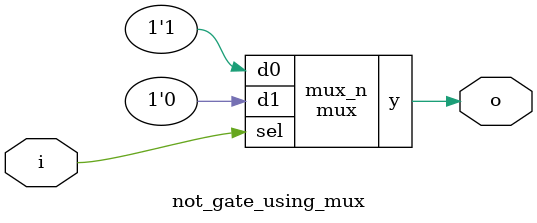
<source format=sv>

module mux
(
  input  d0, d1,
  input  sel,
  output y
);

  assign y = sel ? d1 : d0;

endmodule

//----------------------------------------------------------------------------
// Task
//----------------------------------------------------------------------------

module not_gate_using_mux
(
    input  i,
    output o
);

  // Task:
  // Implement not gate using instance(s) of mux,
  // constants 0 and 1, and wire connections
  mux mux_n(
    .d0 (1'b1),
    .d1 (1'b0),
    .sel (i),
    .y  (o)
  );

endmodule

</source>
